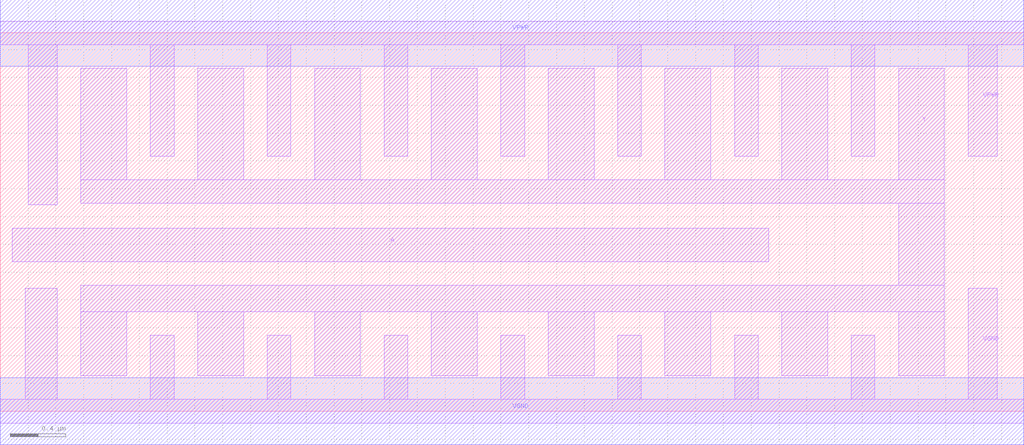
<source format=lef>
# Copyright 2020 The SkyWater PDK Authors
#
# Licensed under the Apache License, Version 2.0 (the "License");
# you may not use this file except in compliance with the License.
# You may obtain a copy of the License at
#
#     https://www.apache.org/licenses/LICENSE-2.0
#
# Unless required by applicable law or agreed to in writing, software
# distributed under the License is distributed on an "AS IS" BASIS,
# WITHOUT WARRANTIES OR CONDITIONS OF ANY KIND, either express or implied.
# See the License for the specific language governing permissions and
# limitations under the License.
#
# SPDX-License-Identifier: Apache-2.0

VERSION 5.5 ;
NAMESCASESENSITIVE ON ;
BUSBITCHARS "[]" ;
DIVIDERCHAR "/" ;
MACRO sky130_fd_sc_hd__inv_16
  CLASS CORE ;
  SOURCE USER ;
  ORIGIN  0.000000  0.000000 ;
  SIZE  7.360000 BY  2.720000 ;
  SYMMETRY X Y R90 ;
  SITE unithd ;
  PIN A
    ANTENNAGATEAREA  3.960000 ;
    DIRECTION INPUT ;
    USE SIGNAL ;
    PORT
      LAYER li1 ;
        RECT 0.085000 1.075000 5.525000 1.315000 ;
    END
  END A
  PIN Y
    ANTENNADIFFAREA  3.564000 ;
    DIRECTION OUTPUT ;
    USE SIGNAL ;
    PORT
      LAYER li1 ;
        RECT 0.580000 0.255000 0.910000 0.715000 ;
        RECT 0.580000 0.715000 6.790000 0.905000 ;
        RECT 0.580000 1.495000 6.790000 1.665000 ;
        RECT 0.580000 1.665000 0.910000 2.465000 ;
        RECT 1.420000 0.255000 1.750000 0.715000 ;
        RECT 1.420000 1.665000 1.750000 2.465000 ;
        RECT 2.260000 0.255000 2.590000 0.715000 ;
        RECT 2.260000 1.665000 2.590000 2.465000 ;
        RECT 3.100000 0.255000 3.430000 0.715000 ;
        RECT 3.100000 1.665000 3.430000 2.465000 ;
        RECT 3.940000 0.255000 4.270000 0.715000 ;
        RECT 3.940000 1.665000 4.270000 2.465000 ;
        RECT 4.780000 0.255000 5.110000 0.715000 ;
        RECT 4.780000 1.665000 5.110000 2.465000 ;
        RECT 5.620000 0.255000 5.950000 0.715000 ;
        RECT 5.620000 1.665000 5.950000 2.465000 ;
        RECT 6.460000 0.255000 6.790000 0.715000 ;
        RECT 6.460000 0.905000 6.790000 1.495000 ;
        RECT 6.460000 1.665000 6.790000 2.465000 ;
    END
  END Y
  PIN VGND
    DIRECTION INOUT ;
    SHAPE ABUTMENT ;
    USE GROUND ;
    PORT
      LAYER li1 ;
        RECT 0.000000 -0.085000 7.360000 0.085000 ;
        RECT 0.180000  0.085000 0.410000 0.885000 ;
        RECT 1.080000  0.085000 1.250000 0.545000 ;
        RECT 1.920000  0.085000 2.090000 0.545000 ;
        RECT 2.760000  0.085000 2.930000 0.545000 ;
        RECT 3.600000  0.085000 3.770000 0.545000 ;
        RECT 4.440000  0.085000 4.610000 0.545000 ;
        RECT 5.280000  0.085000 5.450000 0.545000 ;
        RECT 6.120000  0.085000 6.290000 0.545000 ;
        RECT 6.960000  0.085000 7.170000 0.885000 ;
    END
    PORT
      LAYER met1 ;
        RECT 0.000000 -0.240000 7.360000 0.240000 ;
    END
  END VGND
  PIN VPWR
    DIRECTION INOUT ;
    SHAPE ABUTMENT ;
    USE POWER ;
    PORT
      LAYER li1 ;
        RECT 0.000000 2.635000 7.360000 2.805000 ;
        RECT 0.200000 1.485000 0.410000 2.635000 ;
        RECT 1.080000 1.835000 1.250000 2.635000 ;
        RECT 1.920000 1.835000 2.090000 2.635000 ;
        RECT 2.760000 1.835000 2.930000 2.635000 ;
        RECT 3.600000 1.835000 3.770000 2.635000 ;
        RECT 4.440000 1.835000 4.610000 2.635000 ;
        RECT 5.280000 1.835000 5.450000 2.635000 ;
        RECT 6.120000 1.835000 6.290000 2.635000 ;
        RECT 6.960000 1.835000 7.170000 2.635000 ;
    END
    PORT
      LAYER met1 ;
        RECT 0.000000 2.480000 7.360000 2.960000 ;
    END
  END VPWR
  OBS
  END
END sky130_fd_sc_hd__inv_16

</source>
